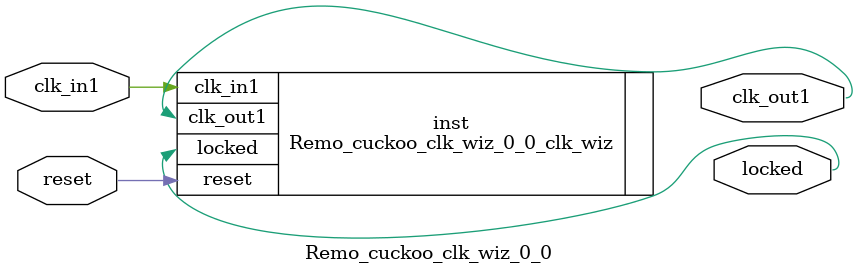
<source format=v>


`timescale 1ps/1ps

(* CORE_GENERATION_INFO = "Remo_cuckoo_clk_wiz_0_0,clk_wiz_v6_0_4_0_0,{component_name=Remo_cuckoo_clk_wiz_0_0,use_phase_alignment=true,use_min_o_jitter=false,use_max_i_jitter=false,use_dyn_phase_shift=false,use_inclk_switchover=false,use_dyn_reconfig=false,enable_axi=0,feedback_source=FDBK_AUTO,PRIMITIVE=MMCM,num_out_clk=1,clkin1_period=10.000,clkin2_period=10.000,use_power_down=false,use_reset=true,use_locked=true,use_inclk_stopped=false,feedback_type=SINGLE,CLOCK_MGR_TYPE=NA,manual_override=false}" *)

module Remo_cuckoo_clk_wiz_0_0 
 (
  // Clock out ports
  output        clk_out1,
  // Status and control signals
  input         reset,
  output        locked,
 // Clock in ports
  input         clk_in1
 );

  Remo_cuckoo_clk_wiz_0_0_clk_wiz inst
  (
  // Clock out ports  
  .clk_out1(clk_out1),
  // Status and control signals               
  .reset(reset), 
  .locked(locked),
 // Clock in ports
  .clk_in1(clk_in1)
  );

endmodule

</source>
